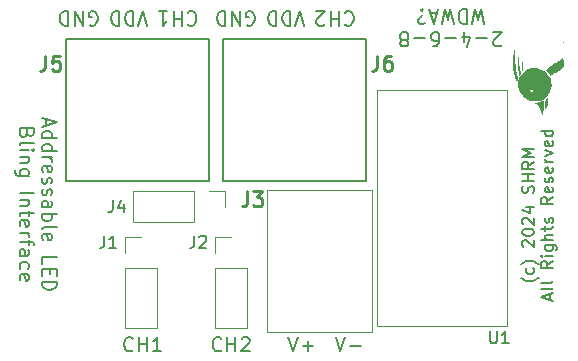
<source format=gbr>
%TF.GenerationSoftware,KiCad,Pcbnew,(6.0.8-1)-1*%
%TF.CreationDate,2024-02-23T21:50:08-06:00*%
%TF.ProjectId,Addressable LED Interface,41646472-6573-4736-9162-6c65204c4544,rev?*%
%TF.SameCoordinates,Original*%
%TF.FileFunction,Legend,Top*%
%TF.FilePolarity,Positive*%
%FSLAX46Y46*%
G04 Gerber Fmt 4.6, Leading zero omitted, Abs format (unit mm)*
G04 Created by KiCad (PCBNEW (6.0.8-1)-1) date 2024-02-23 21:50:08*
%MOMM*%
%LPD*%
G01*
G04 APERTURE LIST*
%ADD10C,0.180000*%
%ADD11C,0.150000*%
%ADD12C,0.254000*%
%ADD13C,0.120000*%
%ADD14C,0.200000*%
%ADD15C,0.100000*%
G04 APERTURE END LIST*
D10*
X149328571Y-93971428D02*
X149385714Y-93914285D01*
X149557142Y-93857142D01*
X149671428Y-93857142D01*
X149842857Y-93914285D01*
X149957142Y-94028571D01*
X150014285Y-94142857D01*
X150071428Y-94371428D01*
X150071428Y-94542857D01*
X150014285Y-94771428D01*
X149957142Y-94885714D01*
X149842857Y-95000000D01*
X149671428Y-95057142D01*
X149557142Y-95057142D01*
X149385714Y-95000000D01*
X149328571Y-94942857D01*
X148814285Y-93857142D02*
X148814285Y-95057142D01*
X148814285Y-94485714D02*
X148128571Y-94485714D01*
X148128571Y-93857142D02*
X148128571Y-95057142D01*
X147614285Y-94942857D02*
X147557142Y-95000000D01*
X147442857Y-95057142D01*
X147157142Y-95057142D01*
X147042857Y-95000000D01*
X146985714Y-94942857D01*
X146928571Y-94828571D01*
X146928571Y-94714285D01*
X146985714Y-94542857D01*
X147671428Y-93857142D01*
X146928571Y-93857142D01*
X148557142Y-121442857D02*
X148957142Y-122642857D01*
X149357142Y-121442857D01*
X149757142Y-122185714D02*
X150671428Y-122185714D01*
X124066000Y-102971428D02*
X124066000Y-103542857D01*
X123723142Y-102857142D02*
X124923142Y-103257142D01*
X123723142Y-103657142D01*
X123723142Y-104571428D02*
X124923142Y-104571428D01*
X123780285Y-104571428D02*
X123723142Y-104457142D01*
X123723142Y-104228571D01*
X123780285Y-104114285D01*
X123837428Y-104057142D01*
X123951714Y-103999999D01*
X124294571Y-103999999D01*
X124408857Y-104057142D01*
X124466000Y-104114285D01*
X124523142Y-104228571D01*
X124523142Y-104457142D01*
X124466000Y-104571428D01*
X123723142Y-105657142D02*
X124923142Y-105657142D01*
X123780285Y-105657142D02*
X123723142Y-105542857D01*
X123723142Y-105314285D01*
X123780285Y-105199999D01*
X123837428Y-105142857D01*
X123951714Y-105085714D01*
X124294571Y-105085714D01*
X124408857Y-105142857D01*
X124466000Y-105199999D01*
X124523142Y-105314285D01*
X124523142Y-105542857D01*
X124466000Y-105657142D01*
X123723142Y-106228571D02*
X124523142Y-106228571D01*
X124294571Y-106228571D02*
X124408857Y-106285714D01*
X124466000Y-106342857D01*
X124523142Y-106457142D01*
X124523142Y-106571428D01*
X123780285Y-107428571D02*
X123723142Y-107314285D01*
X123723142Y-107085714D01*
X123780285Y-106971428D01*
X123894571Y-106914285D01*
X124351714Y-106914285D01*
X124466000Y-106971428D01*
X124523142Y-107085714D01*
X124523142Y-107314285D01*
X124466000Y-107428571D01*
X124351714Y-107485714D01*
X124237428Y-107485714D01*
X124123142Y-106914285D01*
X123780285Y-107942857D02*
X123723142Y-108057142D01*
X123723142Y-108285714D01*
X123780285Y-108399999D01*
X123894571Y-108457142D01*
X123951714Y-108457142D01*
X124066000Y-108399999D01*
X124123142Y-108285714D01*
X124123142Y-108114285D01*
X124180285Y-107999999D01*
X124294571Y-107942857D01*
X124351714Y-107942857D01*
X124466000Y-107999999D01*
X124523142Y-108114285D01*
X124523142Y-108285714D01*
X124466000Y-108399999D01*
X123780285Y-108914285D02*
X123723142Y-109028571D01*
X123723142Y-109257142D01*
X123780285Y-109371428D01*
X123894571Y-109428571D01*
X123951714Y-109428571D01*
X124066000Y-109371428D01*
X124123142Y-109257142D01*
X124123142Y-109085714D01*
X124180285Y-108971428D01*
X124294571Y-108914285D01*
X124351714Y-108914285D01*
X124466000Y-108971428D01*
X124523142Y-109085714D01*
X124523142Y-109257142D01*
X124466000Y-109371428D01*
X123723142Y-110457142D02*
X124351714Y-110457142D01*
X124466000Y-110399999D01*
X124523142Y-110285714D01*
X124523142Y-110057142D01*
X124466000Y-109942857D01*
X123780285Y-110457142D02*
X123723142Y-110342857D01*
X123723142Y-110057142D01*
X123780285Y-109942857D01*
X123894571Y-109885714D01*
X124008857Y-109885714D01*
X124123142Y-109942857D01*
X124180285Y-110057142D01*
X124180285Y-110342857D01*
X124237428Y-110457142D01*
X123723142Y-111028571D02*
X124923142Y-111028571D01*
X124466000Y-111028571D02*
X124523142Y-111142857D01*
X124523142Y-111371428D01*
X124466000Y-111485714D01*
X124408857Y-111542857D01*
X124294571Y-111599999D01*
X123951714Y-111599999D01*
X123837428Y-111542857D01*
X123780285Y-111485714D01*
X123723142Y-111371428D01*
X123723142Y-111142857D01*
X123780285Y-111028571D01*
X123723142Y-112285714D02*
X123780285Y-112171428D01*
X123894571Y-112114285D01*
X124923142Y-112114285D01*
X123780285Y-113200000D02*
X123723142Y-113085714D01*
X123723142Y-112857142D01*
X123780285Y-112742857D01*
X123894571Y-112685714D01*
X124351714Y-112685714D01*
X124466000Y-112742857D01*
X124523142Y-112857142D01*
X124523142Y-113085714D01*
X124466000Y-113200000D01*
X124351714Y-113257142D01*
X124237428Y-113257142D01*
X124123142Y-112685714D01*
X123723142Y-115257142D02*
X123723142Y-114685714D01*
X124923142Y-114685714D01*
X124351714Y-115657142D02*
X124351714Y-116057142D01*
X123723142Y-116228571D02*
X123723142Y-115657142D01*
X124923142Y-115657142D01*
X124923142Y-116228571D01*
X123723142Y-116742857D02*
X124923142Y-116742857D01*
X124923142Y-117028571D01*
X124866000Y-117200000D01*
X124751714Y-117314285D01*
X124637428Y-117371428D01*
X124408857Y-117428571D01*
X124237428Y-117428571D01*
X124008857Y-117371428D01*
X123894571Y-117314285D01*
X123780285Y-117200000D01*
X123723142Y-117028571D01*
X123723142Y-116742857D01*
X122419714Y-104171428D02*
X122362571Y-104342857D01*
X122305428Y-104400000D01*
X122191142Y-104457142D01*
X122019714Y-104457142D01*
X121905428Y-104400000D01*
X121848285Y-104342857D01*
X121791142Y-104228571D01*
X121791142Y-103771428D01*
X122991142Y-103771428D01*
X122991142Y-104171428D01*
X122934000Y-104285714D01*
X122876857Y-104342857D01*
X122762571Y-104400000D01*
X122648285Y-104400000D01*
X122534000Y-104342857D01*
X122476857Y-104285714D01*
X122419714Y-104171428D01*
X122419714Y-103771428D01*
X121791142Y-105142857D02*
X121848285Y-105028571D01*
X121962571Y-104971428D01*
X122991142Y-104971428D01*
X121791142Y-105600000D02*
X122591142Y-105600000D01*
X122991142Y-105600000D02*
X122934000Y-105542857D01*
X122876857Y-105600000D01*
X122934000Y-105657142D01*
X122991142Y-105600000D01*
X122876857Y-105600000D01*
X122591142Y-106171428D02*
X121791142Y-106171428D01*
X122476857Y-106171428D02*
X122534000Y-106228571D01*
X122591142Y-106342857D01*
X122591142Y-106514285D01*
X122534000Y-106628571D01*
X122419714Y-106685714D01*
X121791142Y-106685714D01*
X122591142Y-107771428D02*
X121619714Y-107771428D01*
X121505428Y-107714285D01*
X121448285Y-107657142D01*
X121391142Y-107542857D01*
X121391142Y-107371428D01*
X121448285Y-107257142D01*
X121848285Y-107771428D02*
X121791142Y-107657142D01*
X121791142Y-107428571D01*
X121848285Y-107314285D01*
X121905428Y-107257142D01*
X122019714Y-107200000D01*
X122362571Y-107200000D01*
X122476857Y-107257142D01*
X122534000Y-107314285D01*
X122591142Y-107428571D01*
X122591142Y-107657142D01*
X122534000Y-107771428D01*
X121791142Y-109257142D02*
X122991142Y-109257142D01*
X122591142Y-109828571D02*
X121791142Y-109828571D01*
X122476857Y-109828571D02*
X122534000Y-109885714D01*
X122591142Y-110000000D01*
X122591142Y-110171428D01*
X122534000Y-110285714D01*
X122419714Y-110342857D01*
X121791142Y-110342857D01*
X122591142Y-110742857D02*
X122591142Y-111200000D01*
X122991142Y-110914285D02*
X121962571Y-110914285D01*
X121848285Y-110971428D01*
X121791142Y-111085714D01*
X121791142Y-111200000D01*
X121848285Y-112057142D02*
X121791142Y-111942857D01*
X121791142Y-111714285D01*
X121848285Y-111600000D01*
X121962571Y-111542857D01*
X122419714Y-111542857D01*
X122534000Y-111600000D01*
X122591142Y-111714285D01*
X122591142Y-111942857D01*
X122534000Y-112057142D01*
X122419714Y-112114285D01*
X122305428Y-112114285D01*
X122191142Y-111542857D01*
X121791142Y-112628571D02*
X122591142Y-112628571D01*
X122362571Y-112628571D02*
X122476857Y-112685714D01*
X122534000Y-112742857D01*
X122591142Y-112857142D01*
X122591142Y-112971428D01*
X122591142Y-113200000D02*
X122591142Y-113657142D01*
X121791142Y-113371428D02*
X122819714Y-113371428D01*
X122934000Y-113428571D01*
X122991142Y-113542857D01*
X122991142Y-113657142D01*
X121791142Y-114571428D02*
X122419714Y-114571428D01*
X122534000Y-114514285D01*
X122591142Y-114400000D01*
X122591142Y-114171428D01*
X122534000Y-114057142D01*
X121848285Y-114571428D02*
X121791142Y-114457142D01*
X121791142Y-114171428D01*
X121848285Y-114057142D01*
X121962571Y-114000000D01*
X122076857Y-114000000D01*
X122191142Y-114057142D01*
X122248285Y-114171428D01*
X122248285Y-114457142D01*
X122305428Y-114571428D01*
X121848285Y-115657142D02*
X121791142Y-115542857D01*
X121791142Y-115314285D01*
X121848285Y-115200000D01*
X121905428Y-115142857D01*
X122019714Y-115085714D01*
X122362571Y-115085714D01*
X122476857Y-115142857D01*
X122534000Y-115200000D01*
X122591142Y-115314285D01*
X122591142Y-115542857D01*
X122534000Y-115657142D01*
X121848285Y-116628571D02*
X121791142Y-116514285D01*
X121791142Y-116285714D01*
X121848285Y-116171428D01*
X121962571Y-116114285D01*
X122419714Y-116114285D01*
X122534000Y-116171428D01*
X122591142Y-116285714D01*
X122591142Y-116514285D01*
X122534000Y-116628571D01*
X122419714Y-116685714D01*
X122305428Y-116685714D01*
X122191142Y-116114285D01*
D11*
X165728333Y-116409523D02*
X165680714Y-116457142D01*
X165537857Y-116552380D01*
X165442619Y-116600000D01*
X165299761Y-116647619D01*
X165061666Y-116695238D01*
X164871190Y-116695238D01*
X164633095Y-116647619D01*
X164490238Y-116600000D01*
X164395000Y-116552380D01*
X164252142Y-116457142D01*
X164204523Y-116409523D01*
X165299761Y-115600000D02*
X165347380Y-115695238D01*
X165347380Y-115885714D01*
X165299761Y-115980952D01*
X165252142Y-116028571D01*
X165156904Y-116076190D01*
X164871190Y-116076190D01*
X164775952Y-116028571D01*
X164728333Y-115980952D01*
X164680714Y-115885714D01*
X164680714Y-115695238D01*
X164728333Y-115600000D01*
X165728333Y-115266666D02*
X165680714Y-115219047D01*
X165537857Y-115123809D01*
X165442619Y-115076190D01*
X165299761Y-115028571D01*
X165061666Y-114980952D01*
X164871190Y-114980952D01*
X164633095Y-115028571D01*
X164490238Y-115076190D01*
X164395000Y-115123809D01*
X164252142Y-115219047D01*
X164204523Y-115266666D01*
X164442619Y-113790476D02*
X164395000Y-113742857D01*
X164347380Y-113647619D01*
X164347380Y-113409523D01*
X164395000Y-113314285D01*
X164442619Y-113266666D01*
X164537857Y-113219047D01*
X164633095Y-113219047D01*
X164775952Y-113266666D01*
X165347380Y-113838095D01*
X165347380Y-113219047D01*
X164347380Y-112600000D02*
X164347380Y-112504761D01*
X164395000Y-112409523D01*
X164442619Y-112361904D01*
X164537857Y-112314285D01*
X164728333Y-112266666D01*
X164966428Y-112266666D01*
X165156904Y-112314285D01*
X165252142Y-112361904D01*
X165299761Y-112409523D01*
X165347380Y-112504761D01*
X165347380Y-112600000D01*
X165299761Y-112695238D01*
X165252142Y-112742857D01*
X165156904Y-112790476D01*
X164966428Y-112838095D01*
X164728333Y-112838095D01*
X164537857Y-112790476D01*
X164442619Y-112742857D01*
X164395000Y-112695238D01*
X164347380Y-112600000D01*
X164442619Y-111885714D02*
X164395000Y-111838095D01*
X164347380Y-111742857D01*
X164347380Y-111504761D01*
X164395000Y-111409523D01*
X164442619Y-111361904D01*
X164537857Y-111314285D01*
X164633095Y-111314285D01*
X164775952Y-111361904D01*
X165347380Y-111933333D01*
X165347380Y-111314285D01*
X164680714Y-110457142D02*
X165347380Y-110457142D01*
X164299761Y-110695238D02*
X165014047Y-110933333D01*
X165014047Y-110314285D01*
X165299761Y-109219047D02*
X165347380Y-109076190D01*
X165347380Y-108838095D01*
X165299761Y-108742857D01*
X165252142Y-108695238D01*
X165156904Y-108647619D01*
X165061666Y-108647619D01*
X164966428Y-108695238D01*
X164918809Y-108742857D01*
X164871190Y-108838095D01*
X164823571Y-109028571D01*
X164775952Y-109123809D01*
X164728333Y-109171428D01*
X164633095Y-109219047D01*
X164537857Y-109219047D01*
X164442619Y-109171428D01*
X164395000Y-109123809D01*
X164347380Y-109028571D01*
X164347380Y-108790476D01*
X164395000Y-108647619D01*
X165347380Y-108219047D02*
X164347380Y-108219047D01*
X164823571Y-108219047D02*
X164823571Y-107647619D01*
X165347380Y-107647619D02*
X164347380Y-107647619D01*
X165347380Y-106600000D02*
X164871190Y-106933333D01*
X165347380Y-107171428D02*
X164347380Y-107171428D01*
X164347380Y-106790476D01*
X164395000Y-106695238D01*
X164442619Y-106647619D01*
X164537857Y-106600000D01*
X164680714Y-106600000D01*
X164775952Y-106647619D01*
X164823571Y-106695238D01*
X164871190Y-106790476D01*
X164871190Y-107171428D01*
X165347380Y-106171428D02*
X164347380Y-106171428D01*
X165061666Y-105838095D01*
X164347380Y-105504761D01*
X165347380Y-105504761D01*
X166671666Y-118290476D02*
X166671666Y-117814285D01*
X166957380Y-118385714D02*
X165957380Y-118052380D01*
X166957380Y-117719047D01*
X166957380Y-117242857D02*
X166909761Y-117338095D01*
X166814523Y-117385714D01*
X165957380Y-117385714D01*
X166957380Y-116719047D02*
X166909761Y-116814285D01*
X166814523Y-116861904D01*
X165957380Y-116861904D01*
X166957380Y-115004761D02*
X166481190Y-115338095D01*
X166957380Y-115576190D02*
X165957380Y-115576190D01*
X165957380Y-115195238D01*
X166005000Y-115100000D01*
X166052619Y-115052380D01*
X166147857Y-115004761D01*
X166290714Y-115004761D01*
X166385952Y-115052380D01*
X166433571Y-115100000D01*
X166481190Y-115195238D01*
X166481190Y-115576190D01*
X166957380Y-114576190D02*
X166290714Y-114576190D01*
X165957380Y-114576190D02*
X166005000Y-114623809D01*
X166052619Y-114576190D01*
X166005000Y-114528571D01*
X165957380Y-114576190D01*
X166052619Y-114576190D01*
X166290714Y-113671428D02*
X167100238Y-113671428D01*
X167195476Y-113719047D01*
X167243095Y-113766666D01*
X167290714Y-113861904D01*
X167290714Y-114004761D01*
X167243095Y-114100000D01*
X166909761Y-113671428D02*
X166957380Y-113766666D01*
X166957380Y-113957142D01*
X166909761Y-114052380D01*
X166862142Y-114100000D01*
X166766904Y-114147619D01*
X166481190Y-114147619D01*
X166385952Y-114100000D01*
X166338333Y-114052380D01*
X166290714Y-113957142D01*
X166290714Y-113766666D01*
X166338333Y-113671428D01*
X166957380Y-113195238D02*
X165957380Y-113195238D01*
X166957380Y-112766666D02*
X166433571Y-112766666D01*
X166338333Y-112814285D01*
X166290714Y-112909523D01*
X166290714Y-113052380D01*
X166338333Y-113147619D01*
X166385952Y-113195238D01*
X166290714Y-112433333D02*
X166290714Y-112052380D01*
X165957380Y-112290476D02*
X166814523Y-112290476D01*
X166909761Y-112242857D01*
X166957380Y-112147619D01*
X166957380Y-112052380D01*
X166909761Y-111766666D02*
X166957380Y-111671428D01*
X166957380Y-111480952D01*
X166909761Y-111385714D01*
X166814523Y-111338095D01*
X166766904Y-111338095D01*
X166671666Y-111385714D01*
X166624047Y-111480952D01*
X166624047Y-111623809D01*
X166576428Y-111719047D01*
X166481190Y-111766666D01*
X166433571Y-111766666D01*
X166338333Y-111719047D01*
X166290714Y-111623809D01*
X166290714Y-111480952D01*
X166338333Y-111385714D01*
X166957380Y-109576190D02*
X166481190Y-109909523D01*
X166957380Y-110147619D02*
X165957380Y-110147619D01*
X165957380Y-109766666D01*
X166005000Y-109671428D01*
X166052619Y-109623809D01*
X166147857Y-109576190D01*
X166290714Y-109576190D01*
X166385952Y-109623809D01*
X166433571Y-109671428D01*
X166481190Y-109766666D01*
X166481190Y-110147619D01*
X166909761Y-108766666D02*
X166957380Y-108861904D01*
X166957380Y-109052380D01*
X166909761Y-109147619D01*
X166814523Y-109195238D01*
X166433571Y-109195238D01*
X166338333Y-109147619D01*
X166290714Y-109052380D01*
X166290714Y-108861904D01*
X166338333Y-108766666D01*
X166433571Y-108719047D01*
X166528809Y-108719047D01*
X166624047Y-109195238D01*
X166909761Y-108338095D02*
X166957380Y-108242857D01*
X166957380Y-108052380D01*
X166909761Y-107957142D01*
X166814523Y-107909523D01*
X166766904Y-107909523D01*
X166671666Y-107957142D01*
X166624047Y-108052380D01*
X166624047Y-108195238D01*
X166576428Y-108290476D01*
X166481190Y-108338095D01*
X166433571Y-108338095D01*
X166338333Y-108290476D01*
X166290714Y-108195238D01*
X166290714Y-108052380D01*
X166338333Y-107957142D01*
X166909761Y-107100000D02*
X166957380Y-107195238D01*
X166957380Y-107385714D01*
X166909761Y-107480952D01*
X166814523Y-107528571D01*
X166433571Y-107528571D01*
X166338333Y-107480952D01*
X166290714Y-107385714D01*
X166290714Y-107195238D01*
X166338333Y-107100000D01*
X166433571Y-107052380D01*
X166528809Y-107052380D01*
X166624047Y-107528571D01*
X166957380Y-106623809D02*
X166290714Y-106623809D01*
X166481190Y-106623809D02*
X166385952Y-106576190D01*
X166338333Y-106528571D01*
X166290714Y-106433333D01*
X166290714Y-106338095D01*
X166290714Y-106100000D02*
X166957380Y-105861904D01*
X166290714Y-105623809D01*
X166909761Y-104861904D02*
X166957380Y-104957142D01*
X166957380Y-105147619D01*
X166909761Y-105242857D01*
X166814523Y-105290476D01*
X166433571Y-105290476D01*
X166338333Y-105242857D01*
X166290714Y-105147619D01*
X166290714Y-104957142D01*
X166338333Y-104861904D01*
X166433571Y-104814285D01*
X166528809Y-104814285D01*
X166624047Y-105290476D01*
X166957380Y-103957142D02*
X165957380Y-103957142D01*
X166909761Y-103957142D02*
X166957380Y-104052380D01*
X166957380Y-104242857D01*
X166909761Y-104338095D01*
X166862142Y-104385714D01*
X166766904Y-104433333D01*
X166481190Y-104433333D01*
X166385952Y-104385714D01*
X166338333Y-104338095D01*
X166290714Y-104242857D01*
X166290714Y-104052380D01*
X166338333Y-103957142D01*
D10*
X145914286Y-95057142D02*
X145514286Y-93857142D01*
X145114286Y-95057142D01*
X144714286Y-93857142D02*
X144714286Y-95057142D01*
X144428571Y-95057142D01*
X144257143Y-95000000D01*
X144142857Y-94885714D01*
X144085714Y-94771428D01*
X144028571Y-94542857D01*
X144028571Y-94371428D01*
X144085714Y-94142857D01*
X144142857Y-94028571D01*
X144257143Y-93914285D01*
X144428571Y-93857142D01*
X144714286Y-93857142D01*
X143514286Y-93857142D02*
X143514286Y-95057142D01*
X143228571Y-95057142D01*
X143057143Y-95000000D01*
X142942857Y-94885714D01*
X142885714Y-94771428D01*
X142828571Y-94542857D01*
X142828571Y-94371428D01*
X142885714Y-94142857D01*
X142942857Y-94028571D01*
X143057143Y-93914285D01*
X143228571Y-93857142D01*
X143514286Y-93857142D01*
X131371428Y-122528571D02*
X131314285Y-122585714D01*
X131142857Y-122642857D01*
X131028571Y-122642857D01*
X130857142Y-122585714D01*
X130742857Y-122471428D01*
X130685714Y-122357142D01*
X130628571Y-122128571D01*
X130628571Y-121957142D01*
X130685714Y-121728571D01*
X130742857Y-121614285D01*
X130857142Y-121500000D01*
X131028571Y-121442857D01*
X131142857Y-121442857D01*
X131314285Y-121500000D01*
X131371428Y-121557142D01*
X131885714Y-122642857D02*
X131885714Y-121442857D01*
X131885714Y-122014285D02*
X132571428Y-122014285D01*
X132571428Y-122642857D02*
X132571428Y-121442857D01*
X133771428Y-122642857D02*
X133085714Y-122642857D01*
X133428571Y-122642857D02*
X133428571Y-121442857D01*
X133314285Y-121614285D01*
X133200000Y-121728571D01*
X133085714Y-121785714D01*
X132614286Y-95057142D02*
X132214286Y-93857142D01*
X131814286Y-95057142D01*
X131414286Y-93857142D02*
X131414286Y-95057142D01*
X131128571Y-95057142D01*
X130957143Y-95000000D01*
X130842857Y-94885714D01*
X130785714Y-94771428D01*
X130728571Y-94542857D01*
X130728571Y-94371428D01*
X130785714Y-94142857D01*
X130842857Y-94028571D01*
X130957143Y-93914285D01*
X131128571Y-93857142D01*
X131414286Y-93857142D01*
X130214286Y-93857142D02*
X130214286Y-95057142D01*
X129928571Y-95057142D01*
X129757143Y-95000000D01*
X129642857Y-94885714D01*
X129585714Y-94771428D01*
X129528571Y-94542857D01*
X129528571Y-94371428D01*
X129585714Y-94142857D01*
X129642857Y-94028571D01*
X129757143Y-93914285D01*
X129928571Y-93857142D01*
X130214286Y-93857142D01*
X141014285Y-95000000D02*
X141128571Y-95057142D01*
X141300000Y-95057142D01*
X141471428Y-95000000D01*
X141585714Y-94885714D01*
X141642857Y-94771428D01*
X141700000Y-94542857D01*
X141700000Y-94371428D01*
X141642857Y-94142857D01*
X141585714Y-94028571D01*
X141471428Y-93914285D01*
X141300000Y-93857142D01*
X141185714Y-93857142D01*
X141014285Y-93914285D01*
X140957142Y-93971428D01*
X140957142Y-94371428D01*
X141185714Y-94371428D01*
X140442857Y-93857142D02*
X140442857Y-95057142D01*
X139757142Y-93857142D01*
X139757142Y-95057142D01*
X139185714Y-93857142D02*
X139185714Y-95057142D01*
X138900000Y-95057142D01*
X138728571Y-95000000D01*
X138614285Y-94885714D01*
X138557142Y-94771428D01*
X138500000Y-94542857D01*
X138500000Y-94371428D01*
X138557142Y-94142857D01*
X138614285Y-94028571D01*
X138728571Y-93914285D01*
X138900000Y-93857142D01*
X139185714Y-93857142D01*
X136028571Y-93971428D02*
X136085714Y-93914285D01*
X136257142Y-93857142D01*
X136371428Y-93857142D01*
X136542857Y-93914285D01*
X136657142Y-94028571D01*
X136714285Y-94142857D01*
X136771428Y-94371428D01*
X136771428Y-94542857D01*
X136714285Y-94771428D01*
X136657142Y-94885714D01*
X136542857Y-95000000D01*
X136371428Y-95057142D01*
X136257142Y-95057142D01*
X136085714Y-95000000D01*
X136028571Y-94942857D01*
X135514285Y-93857142D02*
X135514285Y-95057142D01*
X135514285Y-94485714D02*
X134828571Y-94485714D01*
X134828571Y-93857142D02*
X134828571Y-95057142D01*
X133628571Y-93857142D02*
X134314285Y-93857142D01*
X133971428Y-93857142D02*
X133971428Y-95057142D01*
X134085714Y-94885714D01*
X134200000Y-94771428D01*
X134314285Y-94714285D01*
X144557142Y-121442857D02*
X144957142Y-122642857D01*
X145357142Y-121442857D01*
X145757142Y-122185714D02*
X146671428Y-122185714D01*
X146214285Y-122642857D02*
X146214285Y-121728571D01*
X162585714Y-96708857D02*
X162528571Y-96766000D01*
X162414285Y-96823142D01*
X162128571Y-96823142D01*
X162014285Y-96766000D01*
X161957142Y-96708857D01*
X161900000Y-96594571D01*
X161900000Y-96480285D01*
X161957142Y-96308857D01*
X162642857Y-95623142D01*
X161900000Y-95623142D01*
X161385714Y-96080285D02*
X160471428Y-96080285D01*
X159385714Y-96423142D02*
X159385714Y-95623142D01*
X159671428Y-96880285D02*
X159957142Y-96023142D01*
X159214285Y-96023142D01*
X158757142Y-96080285D02*
X157842857Y-96080285D01*
X156757142Y-96823142D02*
X156985714Y-96823142D01*
X157100000Y-96766000D01*
X157157142Y-96708857D01*
X157271428Y-96537428D01*
X157328571Y-96308857D01*
X157328571Y-95851714D01*
X157271428Y-95737428D01*
X157214285Y-95680285D01*
X157100000Y-95623142D01*
X156871428Y-95623142D01*
X156757142Y-95680285D01*
X156700000Y-95737428D01*
X156642857Y-95851714D01*
X156642857Y-96137428D01*
X156700000Y-96251714D01*
X156757142Y-96308857D01*
X156871428Y-96366000D01*
X157100000Y-96366000D01*
X157214285Y-96308857D01*
X157271428Y-96251714D01*
X157328571Y-96137428D01*
X156128571Y-96080285D02*
X155214285Y-96080285D01*
X154471428Y-96308857D02*
X154585714Y-96366000D01*
X154642857Y-96423142D01*
X154700000Y-96537428D01*
X154700000Y-96594571D01*
X154642857Y-96708857D01*
X154585714Y-96766000D01*
X154471428Y-96823142D01*
X154242857Y-96823142D01*
X154128571Y-96766000D01*
X154071428Y-96708857D01*
X154014285Y-96594571D01*
X154014285Y-96537428D01*
X154071428Y-96423142D01*
X154128571Y-96366000D01*
X154242857Y-96308857D01*
X154471428Y-96308857D01*
X154585714Y-96251714D01*
X154642857Y-96194571D01*
X154700000Y-96080285D01*
X154700000Y-95851714D01*
X154642857Y-95737428D01*
X154585714Y-95680285D01*
X154471428Y-95623142D01*
X154242857Y-95623142D01*
X154128571Y-95680285D01*
X154071428Y-95737428D01*
X154014285Y-95851714D01*
X154014285Y-96080285D01*
X154071428Y-96194571D01*
X154128571Y-96251714D01*
X154242857Y-96308857D01*
X161128571Y-94891142D02*
X160842857Y-93691142D01*
X160614285Y-94548285D01*
X160385714Y-93691142D01*
X160100000Y-94891142D01*
X159642857Y-93691142D02*
X159642857Y-94891142D01*
X159357142Y-94891142D01*
X159185714Y-94834000D01*
X159071428Y-94719714D01*
X159014285Y-94605428D01*
X158957142Y-94376857D01*
X158957142Y-94205428D01*
X159014285Y-93976857D01*
X159071428Y-93862571D01*
X159185714Y-93748285D01*
X159357142Y-93691142D01*
X159642857Y-93691142D01*
X158557142Y-94891142D02*
X158271428Y-93691142D01*
X158042857Y-94548285D01*
X157814285Y-93691142D01*
X157528571Y-94891142D01*
X157128571Y-94034000D02*
X156557142Y-94034000D01*
X157242857Y-93691142D02*
X156842857Y-94891142D01*
X156442857Y-93691142D01*
X155871428Y-93805428D02*
X155814285Y-93748285D01*
X155871428Y-93691142D01*
X155928571Y-93748285D01*
X155871428Y-93805428D01*
X155871428Y-93691142D01*
X156100000Y-94834000D02*
X155985714Y-94891142D01*
X155700000Y-94891142D01*
X155585714Y-94834000D01*
X155528571Y-94719714D01*
X155528571Y-94605428D01*
X155585714Y-94491142D01*
X155642857Y-94434000D01*
X155757142Y-94376857D01*
X155814285Y-94319714D01*
X155871428Y-94205428D01*
X155871428Y-94148285D01*
X127714285Y-95000000D02*
X127828571Y-95057142D01*
X128000000Y-95057142D01*
X128171428Y-95000000D01*
X128285714Y-94885714D01*
X128342857Y-94771428D01*
X128400000Y-94542857D01*
X128400000Y-94371428D01*
X128342857Y-94142857D01*
X128285714Y-94028571D01*
X128171428Y-93914285D01*
X128000000Y-93857142D01*
X127885714Y-93857142D01*
X127714285Y-93914285D01*
X127657142Y-93971428D01*
X127657142Y-94371428D01*
X127885714Y-94371428D01*
X127142857Y-93857142D02*
X127142857Y-95057142D01*
X126457142Y-93857142D01*
X126457142Y-95057142D01*
X125885714Y-93857142D02*
X125885714Y-95057142D01*
X125600000Y-95057142D01*
X125428571Y-95000000D01*
X125314285Y-94885714D01*
X125257142Y-94771428D01*
X125200000Y-94542857D01*
X125200000Y-94371428D01*
X125257142Y-94142857D01*
X125314285Y-94028571D01*
X125428571Y-93914285D01*
X125600000Y-93857142D01*
X125885714Y-93857142D01*
X138871428Y-122528571D02*
X138814285Y-122585714D01*
X138642857Y-122642857D01*
X138528571Y-122642857D01*
X138357142Y-122585714D01*
X138242857Y-122471428D01*
X138185714Y-122357142D01*
X138128571Y-122128571D01*
X138128571Y-121957142D01*
X138185714Y-121728571D01*
X138242857Y-121614285D01*
X138357142Y-121500000D01*
X138528571Y-121442857D01*
X138642857Y-121442857D01*
X138814285Y-121500000D01*
X138871428Y-121557142D01*
X139385714Y-122642857D02*
X139385714Y-121442857D01*
X139385714Y-122014285D02*
X140071428Y-122014285D01*
X140071428Y-122642857D02*
X140071428Y-121442857D01*
X140585714Y-121557142D02*
X140642857Y-121500000D01*
X140757142Y-121442857D01*
X141042857Y-121442857D01*
X141157142Y-121500000D01*
X141214285Y-121557142D01*
X141271428Y-121671428D01*
X141271428Y-121785714D01*
X141214285Y-121957142D01*
X140528571Y-122642857D01*
X141271428Y-122642857D01*
D11*
%TO.C,J2*%
X136586666Y-112852380D02*
X136586666Y-113566666D01*
X136539047Y-113709523D01*
X136443809Y-113804761D01*
X136300952Y-113852380D01*
X136205714Y-113852380D01*
X137015238Y-112947619D02*
X137062857Y-112900000D01*
X137158095Y-112852380D01*
X137396190Y-112852380D01*
X137491428Y-112900000D01*
X137539047Y-112947619D01*
X137586666Y-113042857D01*
X137586666Y-113138095D01*
X137539047Y-113280952D01*
X136967619Y-113852380D01*
X137586666Y-113852380D01*
D12*
%TO.C,J5*%
X123976666Y-97604523D02*
X123976666Y-98511666D01*
X123916190Y-98693095D01*
X123795238Y-98814047D01*
X123613809Y-98874523D01*
X123492857Y-98874523D01*
X125186190Y-97604523D02*
X124581428Y-97604523D01*
X124520952Y-98209285D01*
X124581428Y-98148809D01*
X124702380Y-98088333D01*
X125004761Y-98088333D01*
X125125714Y-98148809D01*
X125186190Y-98209285D01*
X125246666Y-98330238D01*
X125246666Y-98632619D01*
X125186190Y-98753571D01*
X125125714Y-98814047D01*
X125004761Y-98874523D01*
X124702380Y-98874523D01*
X124581428Y-98814047D01*
X124520952Y-98753571D01*
%TO.C,J6*%
X152076666Y-97604523D02*
X152076666Y-98511666D01*
X152016190Y-98693095D01*
X151895238Y-98814047D01*
X151713809Y-98874523D01*
X151592857Y-98874523D01*
X153225714Y-97604523D02*
X152983809Y-97604523D01*
X152862857Y-97665000D01*
X152802380Y-97725476D01*
X152681428Y-97906904D01*
X152620952Y-98148809D01*
X152620952Y-98632619D01*
X152681428Y-98753571D01*
X152741904Y-98814047D01*
X152862857Y-98874523D01*
X153104761Y-98874523D01*
X153225714Y-98814047D01*
X153286190Y-98753571D01*
X153346666Y-98632619D01*
X153346666Y-98330238D01*
X153286190Y-98209285D01*
X153225714Y-98148809D01*
X153104761Y-98088333D01*
X152862857Y-98088333D01*
X152741904Y-98148809D01*
X152681428Y-98209285D01*
X152620952Y-98330238D01*
D11*
%TO.C,U1*%
X161638095Y-120952380D02*
X161638095Y-121761904D01*
X161685714Y-121857142D01*
X161733333Y-121904761D01*
X161828571Y-121952380D01*
X162019047Y-121952380D01*
X162114285Y-121904761D01*
X162161904Y-121857142D01*
X162209523Y-121761904D01*
X162209523Y-120952380D01*
X163209523Y-121952380D02*
X162638095Y-121952380D01*
X162923809Y-121952380D02*
X162923809Y-120952380D01*
X162828571Y-121095238D01*
X162733333Y-121190476D01*
X162638095Y-121238095D01*
%TO.C,J1*%
X128966666Y-112852380D02*
X128966666Y-113566666D01*
X128919047Y-113709523D01*
X128823809Y-113804761D01*
X128680952Y-113852380D01*
X128585714Y-113852380D01*
X129966666Y-113852380D02*
X129395238Y-113852380D01*
X129680952Y-113852380D02*
X129680952Y-112852380D01*
X129585714Y-112995238D01*
X129490476Y-113090476D01*
X129395238Y-113138095D01*
D12*
%TO.C,J3*%
X141076666Y-109104523D02*
X141076666Y-110011666D01*
X141016190Y-110193095D01*
X140895238Y-110314047D01*
X140713809Y-110374523D01*
X140592857Y-110374523D01*
X141560476Y-109104523D02*
X142346666Y-109104523D01*
X141923333Y-109588333D01*
X142104761Y-109588333D01*
X142225714Y-109648809D01*
X142286190Y-109709285D01*
X142346666Y-109830238D01*
X142346666Y-110132619D01*
X142286190Y-110253571D01*
X142225714Y-110314047D01*
X142104761Y-110374523D01*
X141741904Y-110374523D01*
X141620952Y-110314047D01*
X141560476Y-110253571D01*
D11*
%TO.C,J4*%
X129698666Y-109862380D02*
X129698666Y-110576666D01*
X129651047Y-110719523D01*
X129555809Y-110814761D01*
X129412952Y-110862380D01*
X129317714Y-110862380D01*
X130603428Y-110195714D02*
X130603428Y-110862380D01*
X130365333Y-109814761D02*
X130127238Y-110529047D01*
X130746285Y-110529047D01*
D13*
%TO.C,J2*%
X138370000Y-115570000D02*
X141030000Y-115570000D01*
X138370000Y-112970000D02*
X139700000Y-112970000D01*
X138370000Y-114300000D02*
X138370000Y-112970000D01*
X141030000Y-115570000D02*
X141030000Y-120710000D01*
X138370000Y-120710000D02*
X141030000Y-120710000D01*
X138370000Y-115570000D02*
X138370000Y-120710000D01*
D14*
%TO.C,J5*%
X137854000Y-96200000D02*
X137854000Y-108200000D01*
X125746000Y-108200000D02*
X125746000Y-96200000D01*
X125746000Y-96200000D02*
X137854000Y-96200000D01*
X137854000Y-108200000D02*
X125746000Y-108200000D01*
%TO.C,J6*%
X139046000Y-96200000D02*
X151154000Y-96200000D01*
X151154000Y-96200000D02*
X151154000Y-108200000D01*
X151154000Y-108200000D02*
X139046000Y-108200000D01*
X139046000Y-108200000D02*
X139046000Y-96200000D01*
D13*
%TO.C,U1*%
X152068000Y-120490000D02*
X163068000Y-120490000D01*
X163068000Y-120490000D02*
X163068000Y-100490000D01*
X163068000Y-100490000D02*
X152068000Y-100490000D01*
X152068000Y-100490000D02*
X152068000Y-120490000D01*
%TO.C,J1*%
X130750000Y-114300000D02*
X130750000Y-112970000D01*
X130750000Y-120710000D02*
X133410000Y-120710000D01*
X130750000Y-112970000D02*
X132080000Y-112970000D01*
X130750000Y-115570000D02*
X133410000Y-115570000D01*
X130750000Y-115570000D02*
X130750000Y-120710000D01*
X133410000Y-115570000D02*
X133410000Y-120710000D01*
D15*
%TO.C,J3*%
X142710000Y-120990000D02*
X151600000Y-120990000D01*
X151600000Y-108990000D02*
X142710000Y-108990000D01*
X142710000Y-108990000D02*
X142710000Y-120990000D01*
X151600000Y-120990000D02*
X151600000Y-108990000D01*
D13*
%TO.C,J4*%
X137825000Y-109070000D02*
X139155000Y-109070000D01*
X131415000Y-109070000D02*
X131415000Y-111730000D01*
X136555000Y-109070000D02*
X131415000Y-109070000D01*
X139155000Y-109070000D02*
X139155000Y-110400000D01*
X136555000Y-109070000D02*
X136555000Y-111730000D01*
X136555000Y-111730000D02*
X131415000Y-111730000D01*
%TO.C,G\u002A\u002A\u002A*%
G36*
X164032057Y-97631485D02*
G01*
X164043572Y-97714154D01*
X164046192Y-97784827D01*
X164052761Y-97916341D01*
X164071233Y-98096141D01*
X164099756Y-98310604D01*
X164136481Y-98546106D01*
X164179556Y-98789022D01*
X164190173Y-98844544D01*
X164215901Y-98978768D01*
X164229074Y-99066541D01*
X164228417Y-99123826D01*
X164212651Y-99166581D01*
X164180499Y-99210767D01*
X164158740Y-99237332D01*
X164083306Y-99329595D01*
X164066828Y-99189766D01*
X164045151Y-98984808D01*
X164026433Y-98767055D01*
X164010953Y-98545083D01*
X163998994Y-98327465D01*
X163990835Y-98122775D01*
X163986758Y-97939586D01*
X163987044Y-97786471D01*
X163991972Y-97672006D01*
X164001824Y-97604763D01*
X164014482Y-97591260D01*
X164032057Y-97631485D01*
G37*
G36*
X166518085Y-101205305D02*
G01*
X166536206Y-101247610D01*
X166545402Y-101334964D01*
X166545105Y-101449550D01*
X166534750Y-101573550D01*
X166530722Y-101602621D01*
X166492148Y-101778791D01*
X166434097Y-101946978D01*
X166364848Y-102085556D01*
X166324087Y-102142371D01*
X166229352Y-102252684D01*
X166252201Y-102157553D01*
X166263295Y-102087091D01*
X166275428Y-101970955D01*
X166286940Y-101826832D01*
X166294266Y-101709205D01*
X166303776Y-101553049D01*
X166314330Y-101446381D01*
X166329251Y-101375307D01*
X166351860Y-101325933D01*
X166385478Y-101284368D01*
X166399171Y-101270379D01*
X166462010Y-101220224D01*
X166510599Y-101202998D01*
X166518085Y-101205305D01*
G37*
G36*
X164421695Y-98161801D02*
G01*
X164426547Y-98243144D01*
X164426942Y-98290474D01*
X164430427Y-98430854D01*
X164439148Y-98590816D01*
X164446967Y-98688747D01*
X164454394Y-98819368D01*
X164446030Y-98895683D01*
X164428777Y-98921822D01*
X164381402Y-98930460D01*
X164369114Y-98923645D01*
X164356359Y-98879309D01*
X164348678Y-98787746D01*
X164345702Y-98664912D01*
X164347067Y-98526767D01*
X164352404Y-98389270D01*
X164361349Y-98268379D01*
X164373534Y-98180053D01*
X164387079Y-98141479D01*
X164409359Y-98130977D01*
X164421695Y-98161801D01*
G37*
G36*
X164606077Y-101219881D02*
G01*
X164390763Y-101033405D01*
X164216639Y-100804187D01*
X164148529Y-100677475D01*
X164106436Y-100556179D01*
X165045069Y-100556179D01*
X165066798Y-100631786D01*
X165119356Y-100672056D01*
X165183793Y-100665159D01*
X165200963Y-100653516D01*
X165243031Y-100593254D01*
X165251186Y-100556179D01*
X165228312Y-100490577D01*
X165200963Y-100458842D01*
X165136574Y-100437006D01*
X165078892Y-100465568D01*
X165046861Y-100532697D01*
X165045069Y-100556179D01*
X164106436Y-100556179D01*
X164059910Y-100422106D01*
X164022431Y-100150188D01*
X164034375Y-99874329D01*
X164094023Y-99607135D01*
X164199657Y-99361212D01*
X164349562Y-99149166D01*
X164358038Y-99139842D01*
X164590438Y-98930168D01*
X164846625Y-98778340D01*
X165122625Y-98685585D01*
X165414464Y-98653129D01*
X165718168Y-98682198D01*
X165790262Y-98697953D01*
X166047122Y-98791152D01*
X166276312Y-98935149D01*
X166472996Y-99121576D01*
X166632337Y-99342064D01*
X166749496Y-99588242D01*
X166819637Y-99851741D01*
X166837923Y-100124193D01*
X166799516Y-100397227D01*
X166790950Y-100429338D01*
X166679540Y-100724576D01*
X166525399Y-100973816D01*
X166331020Y-101175151D01*
X166098897Y-101326672D01*
X165831521Y-101426471D01*
X165531387Y-101472638D01*
X165423931Y-101475780D01*
X165130183Y-101445777D01*
X165119356Y-101442358D01*
X164855058Y-101358908D01*
X164606077Y-101219881D01*
G37*
G36*
X163706648Y-97138608D02*
G01*
X163706924Y-97209582D01*
X163702779Y-97314668D01*
X163701842Y-97331352D01*
X163698711Y-97573509D01*
X163713015Y-97859287D01*
X163742829Y-98171916D01*
X163786227Y-98494624D01*
X163841283Y-98810639D01*
X163904649Y-99097503D01*
X163932387Y-99211456D01*
X163955968Y-99313005D01*
X163965324Y-99356167D01*
X163984041Y-99435765D01*
X163998159Y-99483009D01*
X163996049Y-99544321D01*
X163982924Y-99573158D01*
X163959025Y-99640518D01*
X163951547Y-99706056D01*
X163943397Y-99785112D01*
X163921951Y-99808825D01*
X163889856Y-99783236D01*
X163849762Y-99714384D01*
X163804316Y-99608310D01*
X163756167Y-99471055D01*
X163707963Y-99308659D01*
X163662354Y-99127162D01*
X163629266Y-98970997D01*
X163592142Y-98703705D01*
X163574116Y-98397107D01*
X163575160Y-98072366D01*
X163595246Y-97750646D01*
X163631218Y-97471362D01*
X163655652Y-97331840D01*
X163677497Y-97217262D01*
X163694096Y-97140971D01*
X163701946Y-97116323D01*
X163706648Y-97138608D01*
G37*
G36*
X167833803Y-97795430D02*
G01*
X167842178Y-97876943D01*
X167847988Y-97998547D01*
X167850484Y-98148582D01*
X167850512Y-98185830D01*
X167849587Y-98605992D01*
X167654533Y-98748689D01*
X167556296Y-98819439D01*
X167475959Y-98875262D01*
X167428861Y-98905535D01*
X167425557Y-98907241D01*
X167380665Y-98932822D01*
X167304357Y-98980195D01*
X167257497Y-99010299D01*
X167177327Y-99060315D01*
X167120543Y-99091859D01*
X167105589Y-99097503D01*
X167071465Y-99114085D01*
X167008532Y-99153935D01*
X166938676Y-99202212D01*
X166883778Y-99244071D01*
X166868415Y-99258368D01*
X166827929Y-99283949D01*
X166799050Y-99296249D01*
X166754888Y-99292075D01*
X166705243Y-99241402D01*
X166664680Y-99177983D01*
X166589783Y-99073400D01*
X166493130Y-98967241D01*
X166448651Y-98926677D01*
X166382378Y-98865796D01*
X166349448Y-98824412D01*
X166353121Y-98812730D01*
X166404896Y-98791925D01*
X166450559Y-98756616D01*
X166544312Y-98670221D01*
X166644918Y-98585979D01*
X166763249Y-98495712D01*
X166910174Y-98391240D01*
X167096563Y-98264383D01*
X167169663Y-98215494D01*
X167317382Y-98115750D01*
X167445563Y-98026788D01*
X167545253Y-97955019D01*
X167607493Y-97906855D01*
X167624178Y-97890167D01*
X167660575Y-97862710D01*
X167675789Y-97860799D01*
X167728970Y-97838539D01*
X167756305Y-97813233D01*
X167802080Y-97773370D01*
X167823608Y-97765667D01*
X167833803Y-97795430D01*
G37*
G36*
X166198086Y-101708434D02*
G01*
X166191105Y-101876494D01*
X166176657Y-102056311D01*
X166157623Y-102213431D01*
X166153901Y-102236829D01*
X166118702Y-102429325D01*
X166083219Y-102590939D01*
X166049697Y-102713264D01*
X166020384Y-102787896D01*
X166001338Y-102807615D01*
X165986211Y-102784404D01*
X165991205Y-102762099D01*
X166000820Y-102679933D01*
X165987959Y-102559948D01*
X165957283Y-102416752D01*
X165913450Y-102264952D01*
X165861120Y-102119157D01*
X165804953Y-101993974D01*
X165749606Y-101904013D01*
X165705254Y-101865572D01*
X165666853Y-101829058D01*
X165663330Y-101813274D01*
X165639155Y-101773096D01*
X165579920Y-101721648D01*
X165568290Y-101713608D01*
X165505630Y-101666747D01*
X165474127Y-101633387D01*
X165473250Y-101630102D01*
X165501334Y-101606157D01*
X165571814Y-101585249D01*
X165663709Y-101572770D01*
X165701983Y-101571344D01*
X165792614Y-101558463D01*
X165890934Y-101528031D01*
X165892245Y-101527487D01*
X165999236Y-101485926D01*
X166099438Y-101450966D01*
X166202497Y-101417868D01*
X166198086Y-101708434D01*
G37*
G36*
X167847976Y-96491242D02*
G01*
X167851436Y-96513108D01*
X167844651Y-96555416D01*
X167838973Y-96560674D01*
X167818526Y-96535878D01*
X167808258Y-96513108D01*
X167807599Y-96472276D01*
X167820721Y-96465543D01*
X167847976Y-96491242D01*
G37*
%TD*%
M02*

</source>
